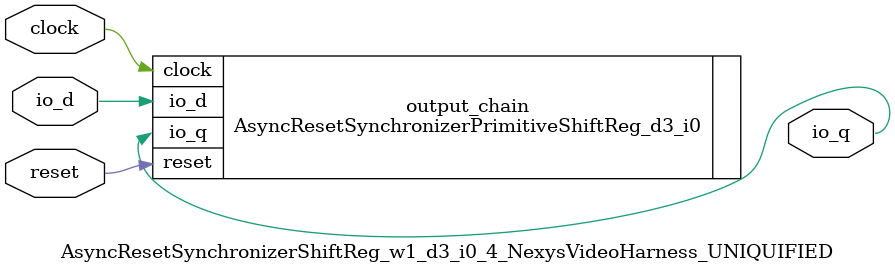
<source format=sv>
module AsyncResetSynchronizerShiftReg_w1_d3_i0_4_NexysVideoHarness_UNIQUIFIED(	// @[generators/rocket-chip/src/main/scala/util/SynchronizerReg.scala:80:7]
  input  clock,	// @[generators/rocket-chip/src/main/scala/util/SynchronizerReg.scala:80:7]
  input  reset,	// @[generators/rocket-chip/src/main/scala/util/SynchronizerReg.scala:80:7]
  input  io_d,	// @[generators/rocket-chip/src/main/scala/util/ShiftReg.scala:36:14]
  output io_q	// @[generators/rocket-chip/src/main/scala/util/ShiftReg.scala:36:14]
);

  AsyncResetSynchronizerPrimitiveShiftReg_d3_i0 output_chain (	// @[generators/rocket-chip/src/main/scala/util/ShiftReg.scala:45:23]
    .clock (clock),
    .reset (reset),
    .io_d  (io_d),
    .io_q  (io_q)
  );	// @[generators/rocket-chip/src/main/scala/util/ShiftReg.scala:45:23]
endmodule


</source>
